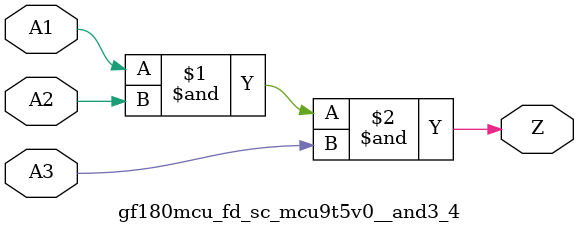
<source format=v>

module gf180mcu_fd_sc_mcu9t5v0__and3_4( A3, A1, A2, Z );
input A1, A2, A3;
output Z;

	and MGM_BG_0( Z, A1, A2, A3 );

endmodule

</source>
